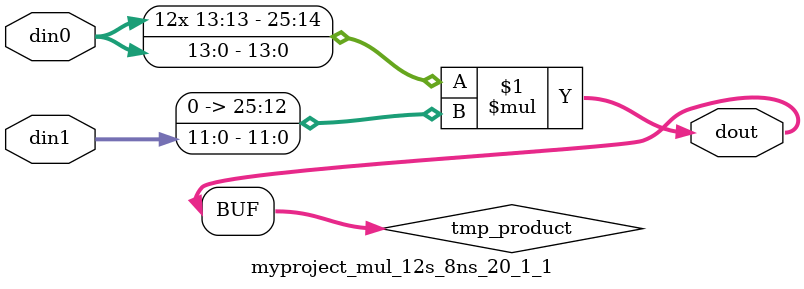
<source format=v>

`timescale 1 ns / 1 ps

 module myproject_mul_12s_8ns_20_1_1(din0, din1, dout);
parameter ID = 1;
parameter NUM_STAGE = 0;
parameter din0_WIDTH = 14;
parameter din1_WIDTH = 12;
parameter dout_WIDTH = 26;

input [din0_WIDTH - 1 : 0] din0; 
input [din1_WIDTH - 1 : 0] din1; 
output [dout_WIDTH - 1 : 0] dout;

wire signed [dout_WIDTH - 1 : 0] tmp_product;


























assign tmp_product = $signed(din0) * $signed({1'b0, din1});









assign dout = tmp_product;





















endmodule

</source>
